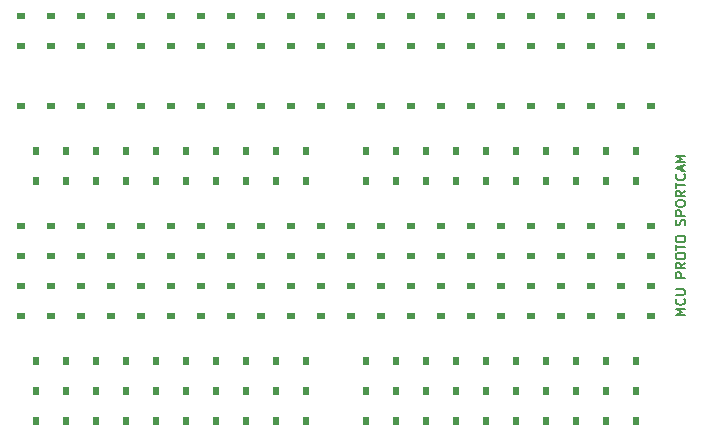
<source format=gbr>
G04 #@! TF.GenerationSoftware,KiCad,Pcbnew,5.1.5+dfsg1-2build2*
G04 #@! TF.CreationDate,2022-07-24T21:21:58-05:00*
G04 #@! TF.ProjectId,MCU_PROTO_SPORTCAM,4d43555f-5052-44f5-944f-5f53504f5254,rev?*
G04 #@! TF.SameCoordinates,Original*
G04 #@! TF.FileFunction,Legend,Top*
G04 #@! TF.FilePolarity,Positive*
%FSLAX46Y46*%
G04 Gerber Fmt 4.6, Leading zero omitted, Abs format (unit mm)*
G04 Created by KiCad (PCBNEW 5.1.5+dfsg1-2build2) date 2022-07-24 21:21:58*
%MOMM*%
%LPD*%
G04 APERTURE LIST*
%ADD10C,0.700000*%
%ADD11C,0.150000*%
%ADD12C,2.102000*%
G04 APERTURE END LIST*
D10*
X155181300Y-129749550D02*
X155181300Y-129457450D01*
X152641300Y-129749550D02*
X152641300Y-129457450D01*
X150101300Y-129749550D02*
X150101300Y-129457450D01*
X147561300Y-129749550D02*
X147561300Y-129457450D01*
X145021300Y-129749550D02*
X145021300Y-129457450D01*
X142481300Y-129749550D02*
X142481300Y-129457450D01*
X139941300Y-129749550D02*
X139941300Y-129457450D01*
X137401300Y-129749550D02*
X137401300Y-129457450D01*
X134861300Y-129749550D02*
X134861300Y-129457450D01*
X132321300Y-129749550D02*
X132321300Y-129457450D01*
X129781300Y-129749550D02*
X129781300Y-129457450D01*
X127241300Y-129749550D02*
X127241300Y-129457450D01*
X124701300Y-129749550D02*
X124701300Y-129457450D01*
X122161300Y-129749550D02*
X122161300Y-129457450D01*
X119621300Y-129749550D02*
X119621300Y-129457450D01*
X117081300Y-129749550D02*
X117081300Y-129457450D01*
X114541300Y-129749550D02*
X114541300Y-129457450D01*
X112001300Y-129749550D02*
X112001300Y-129457450D01*
X109461300Y-129749550D02*
X109461300Y-129457450D01*
X106921300Y-129749550D02*
X106921300Y-129457450D01*
X104381300Y-129749550D02*
X104381300Y-129457450D01*
X101841300Y-129749550D02*
X101841300Y-129457450D01*
X155181300Y-127209550D02*
X155181300Y-126917450D01*
X152641300Y-127209550D02*
X152641300Y-126917450D01*
X150101300Y-127209550D02*
X150101300Y-126917450D01*
X147561300Y-127209550D02*
X147561300Y-126917450D01*
X145021300Y-127209550D02*
X145021300Y-126917450D01*
X142481300Y-127209550D02*
X142481300Y-126917450D01*
X139941300Y-127209550D02*
X139941300Y-126917450D01*
X137401300Y-127209550D02*
X137401300Y-126917450D01*
X134861300Y-127209550D02*
X134861300Y-126917450D01*
X132321300Y-127209550D02*
X132321300Y-126917450D01*
X129781300Y-127209550D02*
X129781300Y-126917450D01*
X127241300Y-127209550D02*
X127241300Y-126917450D01*
X124701300Y-127209550D02*
X124701300Y-126917450D01*
X122161300Y-127209550D02*
X122161300Y-126917450D01*
X119621300Y-127209550D02*
X119621300Y-126917450D01*
X117081300Y-127209550D02*
X117081300Y-126917450D01*
X114541300Y-127209550D02*
X114541300Y-126917450D01*
X112001300Y-127209550D02*
X112001300Y-126917450D01*
X109461300Y-127209550D02*
X109461300Y-126917450D01*
X106921300Y-127209550D02*
X106921300Y-126917450D01*
X104381300Y-127209550D02*
X104381300Y-126917450D01*
X101841300Y-127209550D02*
X101841300Y-126917450D01*
X155181300Y-124669550D02*
X155181300Y-124377450D01*
X152641300Y-124669550D02*
X152641300Y-124377450D01*
X150101300Y-124669550D02*
X150101300Y-124377450D01*
X147561300Y-124669550D02*
X147561300Y-124377450D01*
X145021300Y-124669550D02*
X145021300Y-124377450D01*
X142481300Y-124669550D02*
X142481300Y-124377450D01*
X139941300Y-124669550D02*
X139941300Y-124377450D01*
X137401300Y-124669550D02*
X137401300Y-124377450D01*
X134861300Y-124669550D02*
X134861300Y-124377450D01*
X132321300Y-124669550D02*
X132321300Y-124377450D01*
X129781300Y-124669550D02*
X129781300Y-124377450D01*
X127241300Y-124669550D02*
X127241300Y-124377450D01*
X124701300Y-124669550D02*
X124701300Y-124377450D01*
X122161300Y-124669550D02*
X122161300Y-124377450D01*
X119621300Y-124669550D02*
X119621300Y-124377450D01*
X117081300Y-124669550D02*
X117081300Y-124377450D01*
X114541300Y-124669550D02*
X114541300Y-124377450D01*
X112001300Y-124669550D02*
X112001300Y-124377450D01*
X109461300Y-124669550D02*
X109461300Y-124377450D01*
X106921300Y-124669550D02*
X106921300Y-124377450D01*
X104381300Y-124669550D02*
X104381300Y-124377450D01*
X101841300Y-124669550D02*
X101841300Y-124377450D01*
X155181300Y-122129550D02*
X155181300Y-121837450D01*
X152641300Y-122129550D02*
X152641300Y-121837450D01*
X150101300Y-122129550D02*
X150101300Y-121837450D01*
X147561300Y-122129550D02*
X147561300Y-121837450D01*
X145021300Y-122129550D02*
X145021300Y-121837450D01*
X142481300Y-122129550D02*
X142481300Y-121837450D01*
X139941300Y-122129550D02*
X139941300Y-121837450D01*
X137401300Y-122129550D02*
X137401300Y-121837450D01*
X134861300Y-122129550D02*
X134861300Y-121837450D01*
X132321300Y-122129550D02*
X132321300Y-121837450D01*
X129781300Y-122129550D02*
X129781300Y-121837450D01*
X127241300Y-122129550D02*
X127241300Y-121837450D01*
X124701300Y-122129550D02*
X124701300Y-121837450D01*
X122161300Y-122129550D02*
X122161300Y-121837450D01*
X119621300Y-122129550D02*
X119621300Y-121837450D01*
X117081300Y-122129550D02*
X117081300Y-121837450D01*
X114541300Y-122129550D02*
X114541300Y-121837450D01*
X112001300Y-122129550D02*
X112001300Y-121837450D01*
X109461300Y-122129550D02*
X109461300Y-121837450D01*
X106921300Y-122129550D02*
X106921300Y-121837450D01*
X104381300Y-122129550D02*
X104381300Y-121837450D01*
X101841300Y-122129550D02*
X101841300Y-121837450D01*
X154051000Y-138490000D02*
X153758900Y-138490000D01*
X151511000Y-138490000D02*
X151218900Y-138490000D01*
X148971000Y-138490000D02*
X148678900Y-138490000D01*
X146431000Y-138490000D02*
X146138900Y-138490000D01*
X143891000Y-138490000D02*
X143598900Y-138490000D01*
X141351000Y-138490000D02*
X141058900Y-138490000D01*
X138811000Y-138490000D02*
X138518900Y-138490000D01*
X136271000Y-138490000D02*
X135978900Y-138490000D01*
X133731000Y-138490000D02*
X133438900Y-138490000D01*
X131191000Y-138490000D02*
X130898900Y-138490000D01*
X126111000Y-138490000D02*
X125818900Y-138490000D01*
X123571000Y-138490000D02*
X123278900Y-138490000D01*
X121031000Y-138490000D02*
X120738900Y-138490000D01*
X118491000Y-138490000D02*
X118198900Y-138490000D01*
X115951000Y-138490000D02*
X115658900Y-138490000D01*
X113411000Y-138490000D02*
X113118900Y-138490000D01*
X110871000Y-138490000D02*
X110578900Y-138490000D01*
X108331000Y-138490000D02*
X108038900Y-138490000D01*
X105791000Y-138490000D02*
X105498900Y-138490000D01*
X103251000Y-138490000D02*
X102958900Y-138490000D01*
X154051000Y-135950000D02*
X153758900Y-135950000D01*
X151511000Y-135950000D02*
X151218900Y-135950000D01*
X148971000Y-135950000D02*
X148678900Y-135950000D01*
X146431000Y-135950000D02*
X146138900Y-135950000D01*
X143891000Y-135950000D02*
X143598900Y-135950000D01*
X141351000Y-135950000D02*
X141058900Y-135950000D01*
X138811000Y-135950000D02*
X138518900Y-135950000D01*
X136271000Y-135950000D02*
X135978900Y-135950000D01*
X133731000Y-135950000D02*
X133438900Y-135950000D01*
X131191000Y-135950000D02*
X130898900Y-135950000D01*
X126111000Y-135950000D02*
X125818900Y-135950000D01*
X123571000Y-135950000D02*
X123278900Y-135950000D01*
X121031000Y-135950000D02*
X120738900Y-135950000D01*
X118491000Y-135950000D02*
X118198900Y-135950000D01*
X115951000Y-135950000D02*
X115658900Y-135950000D01*
X113411000Y-135950000D02*
X113118900Y-135950000D01*
X110871000Y-135950000D02*
X110578900Y-135950000D01*
X108331000Y-135950000D02*
X108038900Y-135950000D01*
X105791000Y-135950000D02*
X105498900Y-135950000D01*
X103251000Y-135950000D02*
X102958900Y-135950000D01*
X154051000Y-133410000D02*
X153758900Y-133410000D01*
X151511000Y-133410000D02*
X151218900Y-133410000D01*
X148971000Y-133410000D02*
X148678900Y-133410000D01*
X146431000Y-133410000D02*
X146138900Y-133410000D01*
X143891000Y-133410000D02*
X143598900Y-133410000D01*
X141351000Y-133410000D02*
X141058900Y-133410000D01*
X138811000Y-133410000D02*
X138518900Y-133410000D01*
X136271000Y-133410000D02*
X135978900Y-133410000D01*
X133731000Y-133410000D02*
X133438900Y-133410000D01*
X131191000Y-133410000D02*
X130898900Y-133410000D01*
X126111000Y-133410000D02*
X125818900Y-133410000D01*
X123571000Y-133410000D02*
X123278900Y-133410000D01*
X121031000Y-133410000D02*
X120738900Y-133410000D01*
X118491000Y-133410000D02*
X118198900Y-133410000D01*
X115951000Y-133410000D02*
X115658900Y-133410000D01*
X113411000Y-133410000D02*
X113118900Y-133410000D01*
X110871000Y-133410000D02*
X110578900Y-133410000D01*
X108331000Y-133410000D02*
X108038900Y-133410000D01*
X105791000Y-133410000D02*
X105498900Y-133410000D01*
X103251000Y-133410000D02*
X102958900Y-133410000D01*
X154051000Y-118170000D02*
X153758900Y-118170000D01*
X151511000Y-118170000D02*
X151218900Y-118170000D01*
X148971000Y-118170000D02*
X148678900Y-118170000D01*
X146431000Y-118170000D02*
X146138900Y-118170000D01*
X143891000Y-118170000D02*
X143598900Y-118170000D01*
X141351000Y-118170000D02*
X141058900Y-118170000D01*
X138811000Y-118170000D02*
X138518900Y-118170000D01*
X136271000Y-118170000D02*
X135978900Y-118170000D01*
X133731000Y-118170000D02*
X133438900Y-118170000D01*
X131191000Y-118170000D02*
X130898900Y-118170000D01*
X126111000Y-118170000D02*
X125818900Y-118170000D01*
X123571000Y-118170000D02*
X123278900Y-118170000D01*
X121031000Y-118170000D02*
X120738900Y-118170000D01*
X118491000Y-118170000D02*
X118198900Y-118170000D01*
X115951000Y-118170000D02*
X115658900Y-118170000D01*
X113411000Y-118170000D02*
X113118900Y-118170000D01*
X110871000Y-118170000D02*
X110578900Y-118170000D01*
X108331000Y-118170000D02*
X108038900Y-118170000D01*
X105791000Y-118170000D02*
X105498900Y-118170000D01*
X103251000Y-118170000D02*
X102958900Y-118170000D01*
X154051000Y-115630000D02*
X153758900Y-115630000D01*
X151511000Y-115630000D02*
X151218900Y-115630000D01*
X148971000Y-115630000D02*
X148678900Y-115630000D01*
X146431000Y-115630000D02*
X146138900Y-115630000D01*
X143891000Y-115630000D02*
X143598900Y-115630000D01*
X141351000Y-115630000D02*
X141058900Y-115630000D01*
X138811000Y-115630000D02*
X138518900Y-115630000D01*
X136271000Y-115630000D02*
X135978900Y-115630000D01*
X133731000Y-115630000D02*
X133438900Y-115630000D01*
X131191000Y-115630000D02*
X130898900Y-115630000D01*
X126111000Y-115630000D02*
X125818900Y-115630000D01*
X123571000Y-115630000D02*
X123278900Y-115630000D01*
X121031000Y-115630000D02*
X120738900Y-115630000D01*
X118491000Y-115630000D02*
X118198900Y-115630000D01*
X115951000Y-115630000D02*
X115658900Y-115630000D01*
X113411000Y-115630000D02*
X113118900Y-115630000D01*
X110871000Y-115630000D02*
X110578900Y-115630000D01*
X108331000Y-115630000D02*
X108038900Y-115630000D01*
X105791000Y-115630000D02*
X105498900Y-115630000D01*
X103251000Y-115630000D02*
X102958900Y-115630000D01*
X155181300Y-111969550D02*
X155181300Y-111677450D01*
X152641300Y-111969550D02*
X152641300Y-111677450D01*
X150101300Y-111969550D02*
X150101300Y-111677450D01*
X147561300Y-111969550D02*
X147561300Y-111677450D01*
X145021300Y-111969550D02*
X145021300Y-111677450D01*
X142481300Y-111969550D02*
X142481300Y-111677450D01*
X139941300Y-111969550D02*
X139941300Y-111677450D01*
X137401300Y-111969550D02*
X137401300Y-111677450D01*
X134861300Y-111969550D02*
X134861300Y-111677450D01*
X132321300Y-111969550D02*
X132321300Y-111677450D01*
X129781300Y-111969550D02*
X129781300Y-111677450D01*
X127241300Y-111969550D02*
X127241300Y-111677450D01*
X124701300Y-111969550D02*
X124701300Y-111677450D01*
X122161300Y-111969550D02*
X122161300Y-111677450D01*
X119621300Y-111969550D02*
X119621300Y-111677450D01*
X117081300Y-111969550D02*
X117081300Y-111677450D01*
X114541300Y-111969550D02*
X114541300Y-111677450D01*
X112001300Y-111969550D02*
X112001300Y-111677450D01*
X109461300Y-111969550D02*
X109461300Y-111677450D01*
X106921300Y-111969550D02*
X106921300Y-111677450D01*
X104381300Y-111969550D02*
X104381300Y-111677450D01*
X101841300Y-111969550D02*
X101841300Y-111677450D01*
X155181300Y-106889550D02*
X155181300Y-106597450D01*
X152641300Y-106889550D02*
X152641300Y-106597450D01*
X150101300Y-106889550D02*
X150101300Y-106597450D01*
X147561300Y-106889550D02*
X147561300Y-106597450D01*
X145021300Y-106889550D02*
X145021300Y-106597450D01*
X142481300Y-106889550D02*
X142481300Y-106597450D01*
X139941300Y-106889550D02*
X139941300Y-106597450D01*
X137401300Y-106889550D02*
X137401300Y-106597450D01*
X134861300Y-106889550D02*
X134861300Y-106597450D01*
X132321300Y-106889550D02*
X132321300Y-106597450D01*
X129781300Y-106889550D02*
X129781300Y-106597450D01*
X127241300Y-106889550D02*
X127241300Y-106597450D01*
X124701300Y-106889550D02*
X124701300Y-106597450D01*
X122161300Y-106889550D02*
X122161300Y-106597450D01*
X119621300Y-106889550D02*
X119621300Y-106597450D01*
X117081300Y-106889550D02*
X117081300Y-106597450D01*
X114541300Y-106889550D02*
X114541300Y-106597450D01*
X112001300Y-106889550D02*
X112001300Y-106597450D01*
X109461300Y-106889550D02*
X109461300Y-106597450D01*
X106921300Y-106889550D02*
X106921300Y-106597450D01*
X104381300Y-106889550D02*
X104381300Y-106597450D01*
X101841300Y-106889550D02*
X101841300Y-106597450D01*
X155181300Y-104349550D02*
X155181300Y-104057450D01*
X152641300Y-104349550D02*
X152641300Y-104057450D01*
X150101300Y-104349550D02*
X150101300Y-104057450D01*
X147561300Y-104349550D02*
X147561300Y-104057450D01*
X145021300Y-104349550D02*
X145021300Y-104057450D01*
X142481300Y-104349550D02*
X142481300Y-104057450D01*
X139941300Y-104349550D02*
X139941300Y-104057450D01*
X137401300Y-104349550D02*
X137401300Y-104057450D01*
X134861300Y-104349550D02*
X134861300Y-104057450D01*
X132321300Y-104349550D02*
X132321300Y-104057450D01*
X129781300Y-104349550D02*
X129781300Y-104057450D01*
X127241300Y-104349550D02*
X127241300Y-104057450D01*
X124701300Y-104349550D02*
X124701300Y-104057450D01*
X122161300Y-104349550D02*
X122161300Y-104057450D01*
X119621300Y-104349550D02*
X119621300Y-104057450D01*
X117081300Y-104349550D02*
X117081300Y-104057450D01*
X114541300Y-104349550D02*
X114541300Y-104057450D01*
X112001300Y-104349550D02*
X112001300Y-104057450D01*
X109461300Y-104349550D02*
X109461300Y-104057450D01*
X106921300Y-104349550D02*
X106921300Y-104057450D01*
X104381300Y-104349550D02*
X104381300Y-104057450D01*
X101841300Y-104349550D02*
X101841300Y-104057450D01*
D11*
X158071144Y-129470577D02*
X157271144Y-129470577D01*
X157842573Y-129203910D01*
X157271144Y-128937243D01*
X158071144Y-128937243D01*
X157994954Y-128099148D02*
X158033049Y-128137243D01*
X158071144Y-128251529D01*
X158071144Y-128327720D01*
X158033049Y-128442005D01*
X157956859Y-128518196D01*
X157880668Y-128556291D01*
X157728287Y-128594386D01*
X157614001Y-128594386D01*
X157461620Y-128556291D01*
X157385430Y-128518196D01*
X157309240Y-128442005D01*
X157271144Y-128327720D01*
X157271144Y-128251529D01*
X157309240Y-128137243D01*
X157347335Y-128099148D01*
X157271144Y-127756291D02*
X157918763Y-127756291D01*
X157994954Y-127718196D01*
X158033049Y-127680100D01*
X158071144Y-127603910D01*
X158071144Y-127451529D01*
X158033049Y-127375339D01*
X157994954Y-127337243D01*
X157918763Y-127299148D01*
X157271144Y-127299148D01*
X158071144Y-126308672D02*
X157271144Y-126308672D01*
X157271144Y-126003910D01*
X157309240Y-125927720D01*
X157347335Y-125889624D01*
X157423525Y-125851529D01*
X157537811Y-125851529D01*
X157614001Y-125889624D01*
X157652097Y-125927720D01*
X157690192Y-126003910D01*
X157690192Y-126308672D01*
X158071144Y-125051529D02*
X157690192Y-125318196D01*
X158071144Y-125508672D02*
X157271144Y-125508672D01*
X157271144Y-125203910D01*
X157309240Y-125127720D01*
X157347335Y-125089624D01*
X157423525Y-125051529D01*
X157537811Y-125051529D01*
X157614001Y-125089624D01*
X157652097Y-125127720D01*
X157690192Y-125203910D01*
X157690192Y-125508672D01*
X157271144Y-124556291D02*
X157271144Y-124403910D01*
X157309240Y-124327720D01*
X157385430Y-124251529D01*
X157537811Y-124213434D01*
X157804478Y-124213434D01*
X157956859Y-124251529D01*
X158033049Y-124327720D01*
X158071144Y-124403910D01*
X158071144Y-124556291D01*
X158033049Y-124632481D01*
X157956859Y-124708672D01*
X157804478Y-124746767D01*
X157537811Y-124746767D01*
X157385430Y-124708672D01*
X157309240Y-124632481D01*
X157271144Y-124556291D01*
X157271144Y-123984862D02*
X157271144Y-123527720D01*
X158071144Y-123756291D02*
X157271144Y-123756291D01*
X157271144Y-123108672D02*
X157271144Y-122956291D01*
X157309240Y-122880100D01*
X157385430Y-122803910D01*
X157537811Y-122765815D01*
X157804478Y-122765815D01*
X157956859Y-122803910D01*
X158033049Y-122880100D01*
X158071144Y-122956291D01*
X158071144Y-123108672D01*
X158033049Y-123184862D01*
X157956859Y-123261053D01*
X157804478Y-123299148D01*
X157537811Y-123299148D01*
X157385430Y-123261053D01*
X157309240Y-123184862D01*
X157271144Y-123108672D01*
X158033049Y-121851529D02*
X158071144Y-121737243D01*
X158071144Y-121546767D01*
X158033049Y-121470577D01*
X157994954Y-121432481D01*
X157918763Y-121394386D01*
X157842573Y-121394386D01*
X157766382Y-121432481D01*
X157728287Y-121470577D01*
X157690192Y-121546767D01*
X157652097Y-121699148D01*
X157614001Y-121775339D01*
X157575906Y-121813434D01*
X157499716Y-121851529D01*
X157423525Y-121851529D01*
X157347335Y-121813434D01*
X157309240Y-121775339D01*
X157271144Y-121699148D01*
X157271144Y-121508672D01*
X157309240Y-121394386D01*
X158071144Y-121051529D02*
X157271144Y-121051529D01*
X157271144Y-120746767D01*
X157309240Y-120670577D01*
X157347335Y-120632481D01*
X157423525Y-120594386D01*
X157537811Y-120594386D01*
X157614001Y-120632481D01*
X157652097Y-120670577D01*
X157690192Y-120746767D01*
X157690192Y-121051529D01*
X157271144Y-120099148D02*
X157271144Y-119946767D01*
X157309240Y-119870577D01*
X157385430Y-119794386D01*
X157537811Y-119756291D01*
X157804478Y-119756291D01*
X157956859Y-119794386D01*
X158033049Y-119870577D01*
X158071144Y-119946767D01*
X158071144Y-120099148D01*
X158033049Y-120175339D01*
X157956859Y-120251529D01*
X157804478Y-120289624D01*
X157537811Y-120289624D01*
X157385430Y-120251529D01*
X157309240Y-120175339D01*
X157271144Y-120099148D01*
X158071144Y-118956291D02*
X157690192Y-119222958D01*
X158071144Y-119413434D02*
X157271144Y-119413434D01*
X157271144Y-119108672D01*
X157309240Y-119032481D01*
X157347335Y-118994386D01*
X157423525Y-118956291D01*
X157537811Y-118956291D01*
X157614001Y-118994386D01*
X157652097Y-119032481D01*
X157690192Y-119108672D01*
X157690192Y-119413434D01*
X157271144Y-118727720D02*
X157271144Y-118270577D01*
X158071144Y-118499148D02*
X157271144Y-118499148D01*
X157994954Y-117546767D02*
X158033049Y-117584862D01*
X158071144Y-117699148D01*
X158071144Y-117775339D01*
X158033049Y-117889624D01*
X157956859Y-117965815D01*
X157880668Y-118003910D01*
X157728287Y-118042005D01*
X157614001Y-118042005D01*
X157461620Y-118003910D01*
X157385430Y-117965815D01*
X157309240Y-117889624D01*
X157271144Y-117775339D01*
X157271144Y-117699148D01*
X157309240Y-117584862D01*
X157347335Y-117546767D01*
X157842573Y-117242005D02*
X157842573Y-116861053D01*
X158071144Y-117318196D02*
X157271144Y-117051529D01*
X158071144Y-116784862D01*
X158071144Y-116518196D02*
X157271144Y-116518196D01*
X157842573Y-116251529D01*
X157271144Y-115984862D01*
X158071144Y-115984862D01*
%LPC*%
D12*
X127241300Y-135950000D03*
X124701300Y-135950000D03*
X122161300Y-135950000D03*
X119621300Y-135950000D03*
X117081300Y-135950000D03*
X114541300Y-135950000D03*
X112001300Y-135950000D03*
X109461300Y-135950000D03*
X106921300Y-135950000D03*
X104381300Y-135950000D03*
X101841300Y-135950000D03*
X127241300Y-133410000D03*
X124701300Y-133410000D03*
X122161300Y-133410000D03*
X119621300Y-133410000D03*
X117081300Y-133410000D03*
X114541300Y-133410000D03*
X112001300Y-133410000D03*
X109461300Y-133410000D03*
X106921300Y-133410000D03*
X104381300Y-133410000D03*
X101841300Y-133410000D03*
X127241300Y-130870000D03*
X124701300Y-130870000D03*
X122161300Y-130870000D03*
X119621300Y-130870000D03*
X117081300Y-130870000D03*
X114541300Y-130870000D03*
X112001300Y-130870000D03*
X109461300Y-130870000D03*
X106921300Y-130870000D03*
X104381300Y-130870000D03*
X101841300Y-130870000D03*
X127241300Y-128330000D03*
X124701300Y-128330000D03*
X122161300Y-128330000D03*
X119621300Y-128330000D03*
X117081300Y-128330000D03*
X114541300Y-128330000D03*
X112001300Y-128330000D03*
X109461300Y-128330000D03*
X106921300Y-128330000D03*
X104381300Y-128330000D03*
X101841300Y-128330000D03*
X127241300Y-125790000D03*
X124701300Y-125790000D03*
X122161300Y-125790000D03*
X119621300Y-125790000D03*
X117081300Y-125790000D03*
X114541300Y-125790000D03*
X112001300Y-125790000D03*
X109461300Y-125790000D03*
X106921300Y-125790000D03*
X104381300Y-125790000D03*
X101841300Y-125790000D03*
X127241300Y-123250000D03*
X124701300Y-123250000D03*
X122161300Y-123250000D03*
X119621300Y-123250000D03*
X117081300Y-123250000D03*
X114541300Y-123250000D03*
X112001300Y-123250000D03*
X109461300Y-123250000D03*
X106921300Y-123250000D03*
X104381300Y-123250000D03*
X101841300Y-123250000D03*
X127241300Y-120710000D03*
X124701300Y-120710000D03*
X122161300Y-120710000D03*
X119621300Y-120710000D03*
X117081300Y-120710000D03*
X114541300Y-120710000D03*
X112001300Y-120710000D03*
X109461300Y-120710000D03*
X106921300Y-120710000D03*
X104381300Y-120710000D03*
X101841300Y-120710000D03*
X127241300Y-118170000D03*
X124701300Y-118170000D03*
X122161300Y-118170000D03*
X119621300Y-118170000D03*
X117081300Y-118170000D03*
X114541300Y-118170000D03*
X112001300Y-118170000D03*
X109461300Y-118170000D03*
X106921300Y-118170000D03*
X104381300Y-118170000D03*
X101841300Y-118170000D03*
X106921300Y-138490000D03*
X104381300Y-138490000D03*
X101841300Y-138490000D03*
X129781300Y-115630000D03*
X127241300Y-115630000D03*
X124701300Y-115630000D03*
X122161300Y-115630000D03*
X119621300Y-115630000D03*
X117081300Y-115630000D03*
X114541300Y-115630000D03*
X112001300Y-115630000D03*
X109461300Y-115630000D03*
X106921300Y-115630000D03*
X104381300Y-115630000D03*
X101841300Y-115630000D03*
X129781300Y-113090000D03*
X127241300Y-113090000D03*
X124701300Y-113090000D03*
X122161300Y-113090000D03*
X119621300Y-113090000D03*
X117081300Y-113090000D03*
X114541300Y-113090000D03*
X112001300Y-113090000D03*
X109461300Y-113090000D03*
X106921300Y-113090000D03*
X104381300Y-113090000D03*
X101841300Y-113090000D03*
X129781300Y-110550000D03*
X127241300Y-110550000D03*
X124701300Y-110550000D03*
X122161300Y-110550000D03*
X119621300Y-110550000D03*
X117081300Y-110550000D03*
X114541300Y-110550000D03*
X112001300Y-110550000D03*
X109461300Y-110550000D03*
X106921300Y-110550000D03*
X104381300Y-110550000D03*
X101841300Y-110550000D03*
X129781300Y-138490000D03*
X155181300Y-138490000D03*
X152641300Y-138490000D03*
X150101300Y-138490000D03*
X147561300Y-138490000D03*
X145021300Y-138490000D03*
X142481300Y-138490000D03*
X139941300Y-138490000D03*
X137401300Y-138490000D03*
X134861300Y-138490000D03*
X132321300Y-138490000D03*
X155181300Y-135950000D03*
X152641300Y-135950000D03*
X150101300Y-135950000D03*
X147561300Y-135950000D03*
X145021300Y-135950000D03*
X142481300Y-135950000D03*
X139941300Y-135950000D03*
X137401300Y-135950000D03*
X134861300Y-135950000D03*
X132321300Y-135950000D03*
X155181300Y-133410000D03*
X152641300Y-133410000D03*
X150101300Y-133410000D03*
X147561300Y-133410000D03*
X145021300Y-133410000D03*
X142481300Y-133410000D03*
X139941300Y-133410000D03*
X137401300Y-133410000D03*
X134861300Y-133410000D03*
X132321300Y-133410000D03*
X155181300Y-130870000D03*
X152641300Y-130870000D03*
X150101300Y-130870000D03*
X147561300Y-130870000D03*
X145021300Y-130870000D03*
X142481300Y-130870000D03*
X139941300Y-130870000D03*
X137401300Y-130870000D03*
X134861300Y-130870000D03*
X132321300Y-130870000D03*
X155181300Y-128330000D03*
X152641300Y-128330000D03*
X150101300Y-128330000D03*
X147561300Y-128330000D03*
X145021300Y-128330000D03*
X142481300Y-128330000D03*
X139941300Y-128330000D03*
X137401300Y-128330000D03*
X134861300Y-128330000D03*
X132321300Y-128330000D03*
X155181300Y-125790000D03*
X152641300Y-125790000D03*
X150101300Y-125790000D03*
X147561300Y-125790000D03*
X145021300Y-125790000D03*
X142481300Y-125790000D03*
X139941300Y-125790000D03*
X137401300Y-125790000D03*
X134861300Y-125790000D03*
X132321300Y-125790000D03*
X155181300Y-123250000D03*
X152641300Y-123250000D03*
X150101300Y-123250000D03*
X147561300Y-123250000D03*
X145021300Y-123250000D03*
X142481300Y-123250000D03*
X139941300Y-123250000D03*
X137401300Y-123250000D03*
X134861300Y-123250000D03*
X132321300Y-123250000D03*
X155181300Y-120710000D03*
X152641300Y-120710000D03*
X150101300Y-120710000D03*
X147561300Y-120710000D03*
X145021300Y-120710000D03*
X142481300Y-120710000D03*
X139941300Y-120710000D03*
X137401300Y-120710000D03*
X134861300Y-120710000D03*
X132321300Y-120710000D03*
X155181300Y-118170000D03*
X152641300Y-118170000D03*
X150101300Y-118170000D03*
X147561300Y-118170000D03*
X145021300Y-118170000D03*
X142481300Y-118170000D03*
X139941300Y-118170000D03*
X137401300Y-118170000D03*
X134861300Y-118170000D03*
X132321300Y-118170000D03*
X155181300Y-115630000D03*
X152641300Y-115630000D03*
X150101300Y-115630000D03*
X147561300Y-115630000D03*
X145021300Y-115630000D03*
X142481300Y-115630000D03*
X139941300Y-115630000D03*
X137401300Y-115630000D03*
X134861300Y-115630000D03*
X132321300Y-115630000D03*
X155181300Y-113090000D03*
X152641300Y-113090000D03*
X150101300Y-113090000D03*
X147561300Y-113090000D03*
X145021300Y-113090000D03*
X142481300Y-113090000D03*
X139941300Y-113090000D03*
X137401300Y-113090000D03*
X134861300Y-113090000D03*
X132321300Y-113090000D03*
X155181300Y-110550000D03*
X152641300Y-110550000D03*
X150101300Y-110550000D03*
X147561300Y-110550000D03*
X145021300Y-110550000D03*
X142481300Y-110550000D03*
X139941300Y-110550000D03*
X137401300Y-110550000D03*
X134861300Y-110550000D03*
X155181300Y-102930000D03*
X152641300Y-102930000D03*
X150101300Y-102930000D03*
X147561300Y-102930000D03*
X145021300Y-102930000D03*
X142481300Y-102930000D03*
X139941300Y-102930000D03*
X137401300Y-102930000D03*
X134861300Y-102930000D03*
X132321300Y-102930000D03*
X129781300Y-102930000D03*
X127241300Y-102930000D03*
X124701300Y-102930000D03*
X122161300Y-102930000D03*
X119621300Y-102930000D03*
X117081300Y-102930000D03*
X114541300Y-102930000D03*
X112001300Y-102930000D03*
X109461300Y-102930000D03*
X106921300Y-102930000D03*
X104381300Y-102930000D03*
X155181300Y-105470000D03*
X152641300Y-105470000D03*
X150101300Y-105470000D03*
X147561300Y-105470000D03*
X145021300Y-105470000D03*
X142481300Y-105470000D03*
X139941300Y-105470000D03*
X137401300Y-105470000D03*
X134861300Y-105470000D03*
X132321300Y-105470000D03*
X129781300Y-105470000D03*
X127241300Y-105470000D03*
X124701300Y-105470000D03*
X122161300Y-105470000D03*
X119621300Y-105470000D03*
X117081300Y-105470000D03*
X114541300Y-105470000D03*
X112001300Y-105470000D03*
X109461300Y-105470000D03*
X106921300Y-105470000D03*
X104381300Y-105470000D03*
X155181300Y-108010000D03*
X152641300Y-108010000D03*
X150101300Y-108010000D03*
X147561300Y-108010000D03*
X145021300Y-108010000D03*
X142481300Y-108010000D03*
X139941300Y-108010000D03*
X137401300Y-108010000D03*
X134861300Y-108010000D03*
X132321300Y-108010000D03*
X129781300Y-108010000D03*
X127241300Y-108010000D03*
X124701300Y-108010000D03*
X122161300Y-108010000D03*
X119621300Y-108010000D03*
X117081300Y-108010000D03*
X114541300Y-108010000D03*
X112001300Y-108010000D03*
X109461300Y-108010000D03*
X106921300Y-108010000D03*
X104381300Y-108010000D03*
X124701300Y-138490000D03*
X122161300Y-138490000D03*
X119621300Y-138490000D03*
X117081300Y-138490000D03*
X114541300Y-138490000D03*
X112001300Y-138490000D03*
X129781300Y-118170000D03*
X129781300Y-120710000D03*
X129781300Y-123250000D03*
X129781300Y-125790000D03*
X129781300Y-128330000D03*
X129781300Y-130870000D03*
X129781300Y-133410000D03*
X101841300Y-108010000D03*
X129781300Y-135950000D03*
X127241300Y-138490000D03*
X109461300Y-138490000D03*
X132321300Y-110550000D03*
X101841300Y-102930000D03*
X101841300Y-105470000D03*
M02*

</source>
